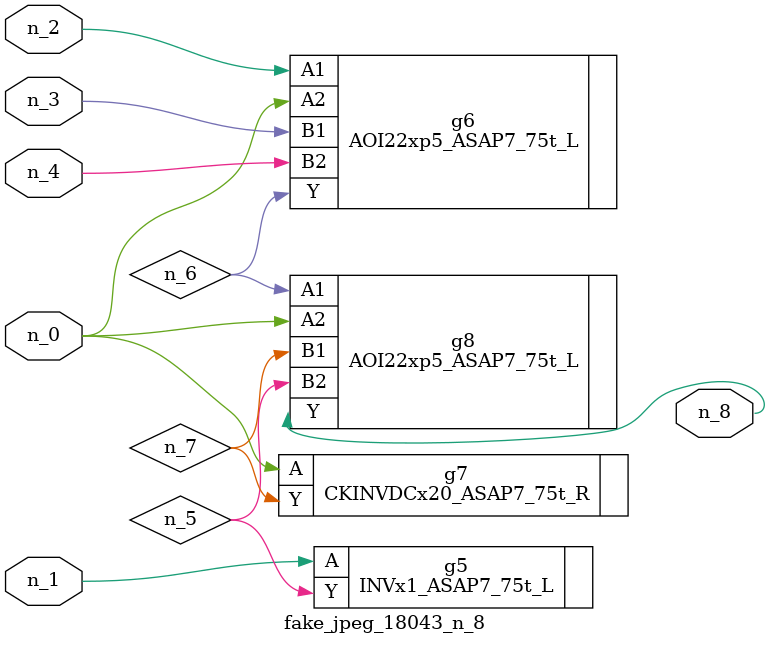
<source format=v>
module fake_jpeg_18043_n_8 (n_3, n_2, n_1, n_0, n_4, n_8);

input n_3;
input n_2;
input n_1;
input n_0;
input n_4;

output n_8;

wire n_6;
wire n_5;
wire n_7;

INVx1_ASAP7_75t_L g5 ( 
.A(n_1),
.Y(n_5)
);

AOI22xp5_ASAP7_75t_L g6 ( 
.A1(n_2),
.A2(n_0),
.B1(n_3),
.B2(n_4),
.Y(n_6)
);

CKINVDCx20_ASAP7_75t_R g7 ( 
.A(n_0),
.Y(n_7)
);

AOI22xp5_ASAP7_75t_L g8 ( 
.A1(n_6),
.A2(n_0),
.B1(n_7),
.B2(n_5),
.Y(n_8)
);


endmodule
</source>
